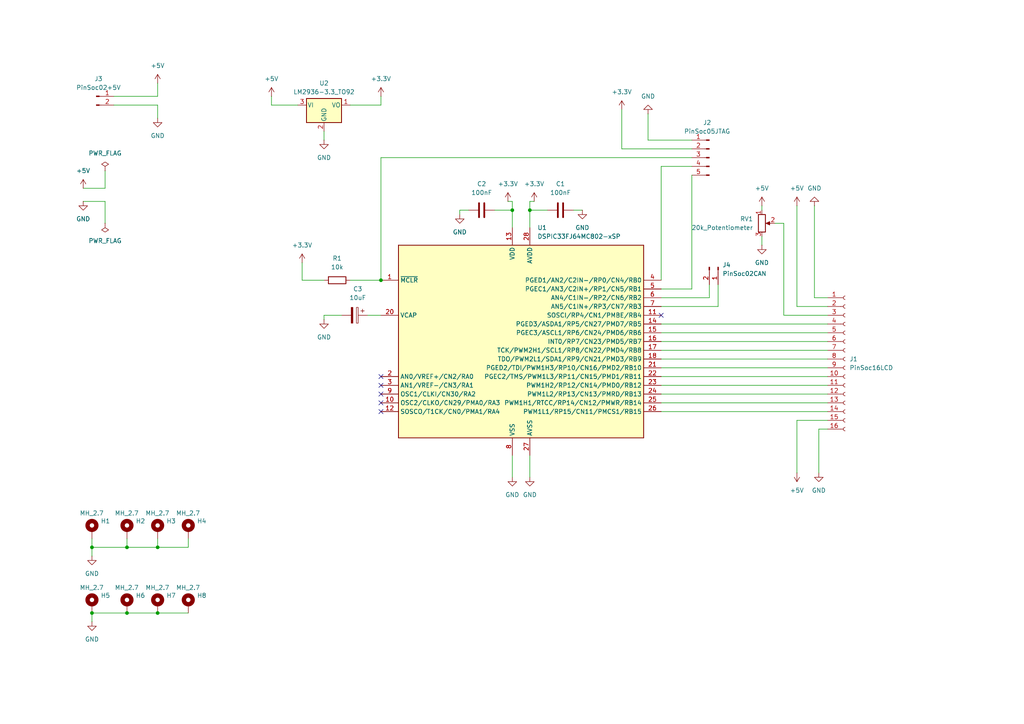
<source format=kicad_sch>
(kicad_sch (version 20231120) (generator "eeschema") (generator_version "8.0")
  (paper "A4")
  (lib_symbols
    (symbol "Connector:Conn_01x02_Pin" (pin_names (offset 1.016) hide)
      (property "Reference" "J" (at 0 2.54 0))
      (property "Value" "Conn_01x02_Pin" (at 0 -5.08 0))
      (symbol "Conn_01x02_Pin_1_1"
        (polyline (pts (xy 1.27 -2.54) (xy 0.8636 -2.54)) (stroke (width 0.1524)))
        (polyline (pts (xy 1.27 0) (xy 0.8636 0)) (stroke (width 0.1524)))
        (rectangle (start 0.8636 -2.413) (end 0 -2.667) (stroke (width 0.1524)) (fill (type outline)))
        (rectangle (start 0.8636 0.127) (end 0 -0.127) (stroke (width 0.1524)) (fill (type outline)))
        (pin passive line (at 5.08 0 180) (length 3.81) (name "Pin_1") (number "1"))
        (pin passive line (at 5.08 -2.54 180) (length 3.81) (name "Pin_2") (number "2"))
      )
    )
    (symbol "Connector:Conn_01x05_Pin" (pin_names (offset 1.016) hide)
      (property "Reference" "J" (at 0 7.62 0))
      (property "Value" "Conn_01x05_Pin" (at 0 -7.62 0))
      (symbol "Conn_01x05_Pin_1_1"
        (polyline (pts (xy 1.27 -5.08) (xy 0.8636 -5.08)) (stroke (width 0.1524)))
        (polyline (pts (xy 1.27 -2.54) (xy 0.8636 -2.54)) (stroke (width 0.1524)))
        (polyline (pts (xy 1.27 0) (xy 0.8636 0)) (stroke (width 0.1524)))
        (polyline (pts (xy 1.27 2.54) (xy 0.8636 2.54)) (stroke (width 0.1524)))
        (polyline (pts (xy 1.27 5.08) (xy 0.8636 5.08)) (stroke (width 0.1524)))
        (rectangle (start 0.8636 -4.953) (end 0 -5.207) (stroke (width 0.1524)) (fill (type outline)))
        (rectangle (start 0.8636 -2.413) (end 0 -2.667) (stroke (width 0.1524)) (fill (type outline)))
        (rectangle (start 0.8636 0.127) (end 0 -0.127) (stroke (width 0.1524)) (fill (type outline)))
        (rectangle (start 0.8636 2.667) (end 0 2.413) (stroke (width 0.1524)) (fill (type outline)))
        (rectangle (start 0.8636 5.207) (end 0 4.953) (stroke (width 0.1524)) (fill (type outline)))
        (pin passive line (at 5.08 5.08 180) (length 3.81) (name "Pin_1") (number "1"))
        (pin passive line (at 5.08 2.54 180) (length 3.81) (name "Pin_2") (number "2"))
        (pin passive line (at 5.08 0 180) (length 3.81) (name "Pin_3") (number "3"))
        (pin passive line (at 5.08 -2.54 180) (length 3.81) (name "Pin_4") (number "4"))
        (pin passive line (at 5.08 -5.08 180) (length 3.81) (name "Pin_5") (number "5"))
      )
    )
    (symbol "Connector:Conn_01x16_Socket" (pin_names (offset 1.016) hide)
      (property "Reference" "J" (at 0 20.32 0))
      (property "Value" "Conn_01x16_Socket" (at 0 -22.86 0))
      (symbol "Conn_01x16_Socket_1_1"
        (arc (start 0 -19.812) (mid -0.5058 -20.32) (end 0 -20.828) (stroke (width 0.1524)))
        (arc (start 0 -17.272) (mid -0.5058 -17.78) (end 0 -18.288) (stroke (width 0.1524)))
        (arc (start 0 -14.732) (mid -0.5058 -15.24) (end 0 -15.748) (stroke (width 0.1524)))
        (arc (start 0 -12.192) (mid -0.5058 -12.7) (end 0 -13.208) (stroke (width 0.1524)))
        (arc (start 0 -9.652) (mid -0.5058 -10.16) (end 0 -10.668) (stroke (width 0.1524)))
        (arc (start 0 -7.112) (mid -0.5058 -7.62) (end 0 -8.128) (stroke (width 0.1524)))
        (arc (start 0 -4.572) (mid -0.5058 -5.08) (end 0 -5.588) (stroke (width 0.1524)))
        (arc (start 0 -2.032) (mid -0.5058 -2.54) (end 0 -3.048) (stroke (width 0.1524)))
        (polyline (pts (xy -1.27 -20.32) (xy -0.508 -20.32)) (stroke (width 0.1524)))
        (polyline (pts (xy -1.27 -17.78) (xy -0.508 -17.78)) (stroke (width 0.1524)))
        (polyline (pts (xy -1.27 -15.24) (xy -0.508 -15.24)) (stroke (width 0.1524)))
        (polyline (pts (xy -1.27 -12.7) (xy -0.508 -12.7)) (stroke (width 0.1524)))
        (polyline (pts (xy -1.27 -10.16) (xy -0.508 -10.16)) (stroke (width 0.1524)))
        (polyline (pts (xy -1.27 -7.62) (xy -0.508 -7.62)) (stroke (width 0.1524)))
        (polyline (pts (xy -1.27 -5.08) (xy -0.508 -5.08)) (stroke (width 0.1524)))
        (polyline (pts (xy -1.27 -2.54) (xy -0.508 -2.54)) (stroke (width 0.1524)))
        (polyline (pts (xy -1.27 0) (xy -0.508 0)) (stroke (width 0.1524)))
        (polyline (pts (xy -1.27 2.54) (xy -0.508 2.54)) (stroke (width 0.1524)))
        (polyline (pts (xy -1.27 5.08) (xy -0.508 5.08)) (stroke (width 0.1524)))
        (polyline (pts (xy -1.27 7.62) (xy -0.508 7.62)) (stroke (width 0.1524)))
        (polyline (pts (xy -1.27 10.16) (xy -0.508 10.16)) (stroke (width 0.1524)))
        (polyline (pts (xy -1.27 12.7) (xy -0.508 12.7)) (stroke (width 0.1524)))
        (polyline (pts (xy -1.27 15.24) (xy -0.508 15.24)) (stroke (width 0.1524)))
        (polyline (pts (xy -1.27 17.78) (xy -0.508 17.78)) (stroke (width 0.1524)))
        (arc (start 0 0.508) (mid -0.5058 0) (end 0 -0.508) (stroke (width 0.1524)))
        (arc (start 0 3.048) (mid -0.5058 2.54) (end 0 2.032) (stroke (width 0.1524)))
        (arc (start 0 5.588) (mid -0.5058 5.08) (end 0 4.572) (stroke (width 0.1524)))
        (arc (start 0 8.128) (mid -0.5058 7.62) (end 0 7.112) (stroke (width 0.1524)))
        (arc (start 0 10.668) (mid -0.5058 10.16) (end 0 9.652) (stroke (width 0.1524)))
        (arc (start 0 13.208) (mid -0.5058 12.7) (end 0 12.192) (stroke (width 0.1524)))
        (arc (start 0 15.748) (mid -0.5058 15.24) (end 0 14.732) (stroke (width 0.1524)))
        (arc (start 0 18.288) (mid -0.5058 17.78) (end 0 17.272) (stroke (width 0.1524)))
        (pin passive line (at -5.08 17.78 0) (length 3.81) (name "Pin_1") (number "1"))
        (pin passive line (at -5.08 -5.08 0) (length 3.81) (name "Pin_10") (number "10"))
        (pin passive line (at -5.08 -7.62 0) (length 3.81) (name "Pin_11") (number "11"))
        (pin passive line (at -5.08 -10.16 0) (length 3.81) (name "Pin_12") (number "12"))
        (pin passive line (at -5.08 -12.7 0) (length 3.81) (name "Pin_13") (number "13"))
        (pin passive line (at -5.08 -15.24 0) (length 3.81) (name "Pin_14") (number "14"))
        (pin passive line (at -5.08 -17.78 0) (length 3.81) (name "Pin_15") (number "15"))
        (pin passive line (at -5.08 -20.32 0) (length 3.81) (name "Pin_16") (number "16"))
        (pin passive line (at -5.08 15.24 0) (length 3.81) (name "Pin_2") (number "2"))
        (pin passive line (at -5.08 12.7 0) (length 3.81) (name "Pin_3") (number "3"))
        (pin passive line (at -5.08 10.16 0) (length 3.81) (name "Pin_4") (number "4"))
        (pin passive line (at -5.08 7.62 0) (length 3.81) (name "Pin_5") (number "5"))
        (pin passive line (at -5.08 5.08 0) (length 3.81) (name "Pin_6") (number "6"))
        (pin passive line (at -5.08 2.54 0) (length 3.81) (name "Pin_7") (number "7"))
        (pin passive line (at -5.08 0 0) (length 3.81) (name "Pin_8") (number "8"))
        (pin passive line (at -5.08 -2.54 0) (length 3.81) (name "Pin_9") (number "9"))
      )
    )
    (symbol "DSP_Microchip_DSPIC33:DSPIC33FJ64MC802-xSP"
      (property "Reference" "U" (at -31.75 29.21 0))
      (property "Value" "DSPIC33FJ64MC802-xSP" (at 22.86 29.21 0))
      (symbol "DSPIC33FJ64MC802-xSP_0_1"
        (rectangle (start -35.56 27.94) (end 35.56 -27.94) (stroke (width 0.254)) (fill (type background)))
      )
      (symbol "DSPIC33FJ64MC802-xSP_1_1"
        (pin input line (at -40.64 17.78 0) (length 5.08) (name "~{MCLR}") (number "1"))
        (pin bidirectional line (at -40.64 -17.78 0) (length 5.08) (name "OSC2/CLKO/CN29/PMA0/RA3") (number "10"))
        (pin bidirectional line (at 40.64 7.62 180) (length 5.08) (name "SOSCI/RP4/CN1/PMBE/RB4") (number "11"))
        (pin bidirectional line (at -40.64 -20.32 0) (length 5.08) (name "SOSCO/T1CK/CN0/PMA1/RA4") (number "12"))
        (pin power_in line (at -2.54 33.02 270) (length 5.08) (name "VDD") (number "13"))
        (pin bidirectional line (at 40.64 5.08 180) (length 5.08) (name "PGED3/ASDA1/RP5/CN27/PMD7/RB5") (number "14"))
        (pin bidirectional line (at 40.64 2.54 180) (length 5.08) (name "PGEC3/ASCL1/RP6/CN24/PMD6/RB6") (number "15"))
        (pin bidirectional line (at 40.64 0 180) (length 5.08) (name "INT0/RP7/CN23/PMD5/RB7") (number "16"))
        (pin bidirectional line (at 40.64 -2.54 180) (length 5.08) (name "TCK/PWM2H1/SCL1/RP8/CN22/PMD4/RB8") (number "17"))
        (pin bidirectional line (at 40.64 -5.08 180) (length 5.08) (name "TDO/PWM2L1/SDA1/RP9/CN21/PMD3/RB9") (number "18"))
        (pin passive line (at -2.54 -33.02 90) (length 5.08) hide (name "VSS") (number "19"))
        (pin bidirectional line (at -40.64 -10.16 0) (length 5.08) (name "AN0/VREF+/CN2/RA0") (number "2"))
        (pin passive line (at -40.64 7.62 0) (length 5.08) (name "VCAP") (number "20"))
        (pin bidirectional line (at 40.64 -7.62 180) (length 5.08) (name "PGED2/TDI/PWM1H3/RP10/CN16/PMD2/RB10") (number "21"))
        (pin bidirectional line (at 40.64 -10.16 180) (length 5.08) (name "PGEC2/TMS/PWM1L3/RP11/CN15/PMD1/RB11") (number "22"))
        (pin bidirectional line (at 40.64 -12.7 180) (length 5.08) (name "PWM1H2/RP12/CN14/PMD0/RB12") (number "23"))
        (pin bidirectional line (at 40.64 -15.24 180) (length 5.08) (name "PWM1L2/RP13/CN13/PMRD/RB13") (number "24"))
        (pin bidirectional line (at 40.64 -17.78 180) (length 5.08) (name "PWM1H1/RTCC/RP14/CN12/PMWR/RB14") (number "25"))
        (pin bidirectional line (at 40.64 -20.32 180) (length 5.08) (name "PWM1L1/RP15/CN11/PMCS1/RB15") (number "26"))
        (pin power_in line (at 2.54 -33.02 90) (length 5.08) (name "AVSS") (number "27"))
        (pin power_in line (at 2.54 33.02 270) (length 5.08) (name "AVDD") (number "28"))
        (pin bidirectional line (at -40.64 -12.7 0) (length 5.08) (name "AN1/VREF-/CN3/RA1") (number "3"))
        (pin bidirectional line (at 40.64 17.78 180) (length 5.08) (name "PGED1/AN2/C2IN-/RP0/CN4/RB0") (number "4"))
        (pin bidirectional line (at 40.64 15.24 180) (length 5.08) (name "PGEC1/AN3/C2IN+/RP1/CN5/RB1") (number "5"))
        (pin bidirectional line (at 40.64 12.7 180) (length 5.08) (name "AN4/C1IN-/RP2/CN6/RB2") (number "6"))
        (pin bidirectional line (at 40.64 10.16 180) (length 5.08) (name "AN5/C1IN+/RP3/CN7/RB3") (number "7"))
        (pin power_in line (at -2.54 -33.02 90) (length 5.08) (name "VSS") (number "8"))
        (pin bidirectional line (at -40.64 -15.24 0) (length 5.08) (name "OSC1/CLKI/CN30/RA2") (number "9"))
      )
    )
    (symbol "Device:C" (pin_numbers hide) (pin_names (offset 0.254))
      (property "Reference" "C" (at 0.635 2.54 0))
      (property "Value" "C" (at 0.635 -2.54 0))
      (symbol "C_0_1"
        (polyline (pts (xy -2.032 -0.762) (xy 2.032 -0.762)) (stroke (width 0.508)))
        (polyline (pts (xy -2.032 0.762) (xy 2.032 0.762)) (stroke (width 0.508)))
      )
      (symbol "C_1_1"
        (pin passive line (at 0 3.81 270) (length 2.794) (name "~") (number "1"))
        (pin passive line (at 0 -3.81 90) (length 2.794) (name "~") (number "2"))
      )
    )
    (symbol "Device:C_Polarized" (pin_numbers hide) (pin_names (offset 0.254))
      (property "Reference" "C" (at 0.635 2.54 0))
      (property "Value" "C_Polarized" (at 0.635 -2.54 0))
      (symbol "C_Polarized_0_1"
        (rectangle (start -2.286 0.508) (end 2.286 1.016))
        (polyline (pts (xy -1.778 2.286) (xy -0.762 2.286)))
        (polyline (pts (xy -1.27 2.794) (xy -1.27 1.778)))
        (rectangle (start 2.286 -0.508) (end -2.286 -1.016) (fill (type outline)))
      )
      (symbol "C_Polarized_1_1"
        (pin passive line (at 0 3.81 270) (length 2.794) (name "~") (number "1"))
        (pin passive line (at 0 -3.81 90) (length 2.794) (name "~") (number "2"))
      )
    )
    (symbol "Device:R" (pin_numbers hide) (pin_names (offset 0))
      (property "Reference" "R" (at 2.032 0 90))
      (property "Value" "R" (at 0 0 90))
      (symbol "R_0_1"
        (rectangle (start -1.016 -2.54) (end 1.016 2.54) (stroke (width 0.254)))
      )
      (symbol "R_1_1"
        (pin passive line (at 0 3.81 270) (length 1.27) (name "~") (number "1"))
        (pin passive line (at 0 -3.81 90) (length 1.27) (name "~") (number "2"))
      )
    )
    (symbol "Device:R_Potentiometer" (pin_names (offset 1.016) hide)
      (property "Reference" "RV" (at -4.445 0 90))
      (property "Value" "R_Potentiometer" (at -2.54 0 90))
      (symbol "R_Potentiometer_0_1"
        (polyline (pts (xy 2.54 0) (xy 1.524 0)))
        (polyline (pts (xy 1.143 0) (xy 2.286 0.508) (xy 2.286 -0.508) (xy 1.143 0)) (fill (type outline)))
        (rectangle (start 1.016 2.54) (end -1.016 -2.54) (stroke (width 0.254)))
      )
      (symbol "R_Potentiometer_1_1"
        (pin passive line (at 0 3.81 270) (length 1.27) (name "1") (number "1"))
        (pin passive line (at 3.81 0 180) (length 1.27) (name "2") (number "2"))
        (pin passive line (at 0 -3.81 90) (length 1.27) (name "3") (number "3"))
      )
    )
    (symbol "Mechanical:MountingHole_Pad" (pin_numbers hide) (pin_names (offset 1.016) hide) (exclude_from_sim yes) (in_bom no)
      (property "Reference" "H" (at 0 6.35 0))
      (property "Value" "MountingHole_Pad" (at 0 4.445 0))
      (symbol "MountingHole_Pad_0_1"
        (circle (center 0 1.27) (radius 1.27) (stroke (width 1.27)))
      )
      (symbol "MountingHole_Pad_1_1"
        (pin input line (at 0 -2.54 90) (length 2.54) (name "1") (number "1"))
      )
    )
    (symbol "Regulator_Linear:LM2936-3.3_TO92" (pin_names (offset 0.254))
      (property "Reference" "U" (at -3.81 3.175 0))
      (property "Value" "LM2936-3.3_TO92" (at 0 3.175 0))
      (symbol "LM2936-3.3_TO92_0_1"
        (rectangle (start -5.08 -5.08) (end 5.08 1.905) (stroke (width 0.254)) (fill (type background)))
      )
      (symbol "LM2936-3.3_TO92_1_1"
        (pin power_out line (at 7.62 0 180) (length 2.54) (name "VO") (number "1"))
        (pin power_in line (at 0 -7.62 90) (length 2.54) (name "GND") (number "2"))
        (pin power_in line (at -7.62 0 0) (length 2.54) (name "VI") (number "3"))
      )
    )
    (symbol "power:+3.3V" (power) (pin_numbers hide) (pin_names (offset 0) hide)
      (property "Value" "+3.3V" (at 0 3.556 0))
      (symbol "+3.3V_0_1"
        (polyline (pts (xy -0.762 1.27) (xy 0 2.54)))
        (polyline (pts (xy 0 0) (xy 0 2.54)))
        (polyline (pts (xy 0 2.54) (xy 0.762 1.27)))
      )
      (symbol "+3.3V_1_1"
        (pin power_in line (at 0 0 90) (length 0) (name "~") (number "1"))
      )
    )
    (symbol "power:+5V" (power) (pin_numbers hide) (pin_names (offset 0) hide)
      (property "Value" "+5V" (at 0 3.556 0))
      (symbol "+5V_0_1"
        (polyline (pts (xy -0.762 1.27) (xy 0 2.54)))
        (polyline (pts (xy 0 0) (xy 0 2.54)))
        (polyline (pts (xy 0 2.54) (xy 0.762 1.27)))
      )
      (symbol "+5V_1_1"
        (pin power_in line (at 0 0 90) (length 0) (name "~") (number "1"))
      )
    )
    (symbol "power:GND" (power) (pin_numbers hide) (pin_names (offset 0) hide)
      (property "Value" "GND" (at 0 -3.81 0))
      (symbol "GND_0_1"
        (polyline (pts (xy 0 0) (xy 0 -1.27) (xy 1.27 -1.27) (xy 0 -2.54) (xy -1.27 -1.27) (xy 0 -1.27)))
      )
      (symbol "GND_1_1"
        (pin power_in line (at 0 0 270) (length 0) (name "~") (number "1"))
      )
    )
    (symbol "power:PWR_FLAG" (power) (pin_numbers hide) (pin_names (offset 0) hide)
      (property "Value" "PWR_FLAG" (at 0 3.81 0))
      (symbol "PWR_FLAG_0_0"
        (pin power_out line (at 0 0 90) (length 0) (name "~") (number "1"))
      )
      (symbol "PWR_FLAG_0_1"
        (polyline (pts (xy 0 0) (xy 0 1.27) (xy -1.016 1.905) (xy 0 2.54) (xy 1.016 1.905) (xy 0 1.27)))
      )
    )
  )
  (junction (at 36.83 158.75))
  (junction (at 26.67 177.8))
  (junction (at 45.72 158.75))
  (junction (at 153.67 60.96))
  (junction (at 36.83 177.8))
  (junction (at 110.49 81.28))
  (junction (at 45.72 177.8))
  (junction (at 26.67 158.75))
  (junction (at 148.59 60.96))
  (no_connect (at 110.49 119.38))
  (no_connect (at 110.49 114.3))
  (no_connect (at 110.49 111.76))
  (no_connect (at 110.49 109.22))
  (no_connect (at 191.77 91.44))
  (no_connect (at 110.49 116.84))
  (wire (pts (xy 110.49 45.72) (xy 110.49 81.28)))
  (wire (pts (xy 191.77 116.84) (xy 240.03 116.84)))
  (wire (pts (xy 45.72 34.29) (xy 45.72 30.48)))
  (wire (pts (xy 236.22 59.69) (xy 236.22 86.36)))
  (wire (pts (xy 208.28 88.9) (xy 208.28 82.55)))
  (wire (pts (xy 231.14 88.9) (xy 240.03 88.9)))
  (wire (pts (xy 191.77 86.36) (xy 205.74 86.36)))
  (wire (pts (xy 153.67 66.04) (xy 153.67 60.96)))
  (wire (pts (xy 45.72 156.21) (xy 45.72 158.75)))
  (wire (pts (xy 220.98 68.58) (xy 220.98 71.12)))
  (wire (pts (xy 36.83 156.21) (xy 36.83 158.75)))
  (wire (pts (xy 45.72 24.13) (xy 45.72 27.94)))
  (wire (pts (xy 153.67 58.42) (xy 154.94 58.42)))
  (wire (pts (xy 78.74 30.48) (xy 78.74 27.94)))
  (wire (pts (xy 237.49 124.46) (xy 237.49 137.16)))
  (wire (pts (xy 33.02 27.94) (xy 45.72 27.94)))
  (wire (pts (xy 36.83 177.8) (xy 45.72 177.8)))
  (wire (pts (xy 153.67 60.96) (xy 153.67 58.42)))
  (wire (pts (xy 200.66 48.26) (xy 191.77 48.26)))
  (wire (pts (xy 200.66 50.8) (xy 200.66 83.82)))
  (wire (pts (xy 220.98 59.69) (xy 220.98 60.96)))
  (wire (pts (xy 231.14 137.16) (xy 231.14 121.92)))
  (wire (pts (xy 191.77 93.98) (xy 240.03 93.98)))
  (wire (pts (xy 45.72 30.48) (xy 33.02 30.48)))
  (wire (pts (xy 93.98 92.71) (xy 93.98 91.44)))
  (wire (pts (xy 191.77 104.14) (xy 240.03 104.14)))
  (wire (pts (xy 191.77 99.06) (xy 240.03 99.06)))
  (wire (pts (xy 36.83 158.75) (xy 45.72 158.75)))
  (wire (pts (xy 191.77 111.76) (xy 240.03 111.76)))
  (wire (pts (xy 26.67 177.8) (xy 36.83 177.8)))
  (wire (pts (xy 26.67 161.29) (xy 26.67 158.75)))
  (wire (pts (xy 191.77 101.6) (xy 240.03 101.6)))
  (wire (pts (xy 153.67 60.96) (xy 158.75 60.96)))
  (wire (pts (xy 26.67 158.75) (xy 36.83 158.75)))
  (wire (pts (xy 26.67 156.21) (xy 26.67 158.75)))
  (wire (pts (xy 86.36 30.48) (xy 78.74 30.48)))
  (wire (pts (xy 191.77 114.3) (xy 240.03 114.3)))
  (wire (pts (xy 148.59 60.96) (xy 148.59 66.04)))
  (wire (pts (xy 227.33 64.77) (xy 224.79 64.77)))
  (wire (pts (xy 93.98 91.44) (xy 99.06 91.44)))
  (wire (pts (xy 191.77 88.9) (xy 208.28 88.9)))
  (wire (pts (xy 30.48 49.53) (xy 30.48 54.61)))
  (wire (pts (xy 191.77 83.82) (xy 200.66 83.82)))
  (wire (pts (xy 153.67 132.08) (xy 153.67 138.43)))
  (wire (pts (xy 180.34 43.18) (xy 200.66 43.18)))
  (wire (pts (xy 106.68 91.44) (xy 110.49 91.44)))
  (wire (pts (xy 148.59 58.42) (xy 147.32 58.42)))
  (wire (pts (xy 227.33 91.44) (xy 227.33 64.77)))
  (wire (pts (xy 236.22 86.36) (xy 240.03 86.36)))
  (wire (pts (xy 45.72 158.75) (xy 54.61 158.75)))
  (wire (pts (xy 54.61 156.21) (xy 54.61 158.75)))
  (wire (pts (xy 240.03 91.44) (xy 227.33 91.44)))
  (wire (pts (xy 191.77 109.22) (xy 240.03 109.22)))
  (wire (pts (xy 237.49 124.46) (xy 240.03 124.46)))
  (wire (pts (xy 148.59 132.08) (xy 148.59 138.43)))
  (wire (pts (xy 30.48 54.61) (xy 24.13 54.61)))
  (wire (pts (xy 93.98 38.1) (xy 93.98 40.64)))
  (wire (pts (xy 187.96 40.64) (xy 200.66 40.64)))
  (wire (pts (xy 148.59 58.42) (xy 148.59 60.96)))
  (wire (pts (xy 191.77 48.26) (xy 191.77 81.28)))
  (wire (pts (xy 45.72 177.8) (xy 54.61 177.8)))
  (wire (pts (xy 110.49 30.48) (xy 110.49 27.94)))
  (wire (pts (xy 30.48 64.77) (xy 30.48 58.42)))
  (wire (pts (xy 205.74 86.36) (xy 205.74 82.55)))
  (wire (pts (xy 191.77 96.52) (xy 240.03 96.52)))
  (wire (pts (xy 168.91 60.96) (xy 166.37 60.96)))
  (wire (pts (xy 191.77 106.68) (xy 240.03 106.68)))
  (wire (pts (xy 191.77 119.38) (xy 240.03 119.38)))
  (wire (pts (xy 87.63 76.2) (xy 87.63 81.28)))
  (wire (pts (xy 135.89 60.96) (xy 133.35 60.96)))
  (wire (pts (xy 231.14 59.69) (xy 231.14 88.9)))
  (wire (pts (xy 231.14 121.92) (xy 240.03 121.92)))
  (wire (pts (xy 143.51 60.96) (xy 148.59 60.96)))
  (wire (pts (xy 26.67 177.8) (xy 26.67 180.34)))
  (wire (pts (xy 101.6 81.28) (xy 110.49 81.28)))
  (wire (pts (xy 101.6 30.48) (xy 110.49 30.48)))
  (wire (pts (xy 87.63 81.28) (xy 93.98 81.28)))
  (wire (pts (xy 200.66 45.72) (xy 110.49 45.72)))
  (wire (pts (xy 133.35 60.96) (xy 133.35 62.23)))
  (wire (pts (xy 30.48 58.42) (xy 24.13 58.42)))
  (wire (pts (xy 180.34 31.75) (xy 180.34 43.18)))
  (wire (pts (xy 187.96 33.02) (xy 187.96 40.64)))
  (symbol (lib_id "power:GND") (at 45.72 34.29 0) (unit 1)
    (property "Reference" "#PWR02" (effects (hide yes)))
    (property "Value" "GND" (at 45.72 39.37 0))
    (property "Description" "Power symbol creates a global label with name \"GND\" , ground" (effects (hide yes)))
  )
  (symbol (lib_id "power:+3.3V") (at 87.63 76.2 0) (unit 1)
    (property "Reference" "#PWR08" (effects (hide yes)))
    (property "Value" "+3.3V" (at 87.63 71.12 0))
    (property "Description" "Power symbol creates a global label with name \"+3.3V\"" (effects (hide yes)))
  )
  (symbol (lib_id "power:GND") (at 236.22 59.69 180) (unit 1)
    (property "Reference" "#PWR015" (effects (hide yes)))
    (property "Value" "GND" (at 236.22 54.61 0))
    (property "Description" "Power symbol creates a global label with name \"GND\" , ground" (effects (hide yes)))
  )
  (symbol (lib_id "Mechanical:MountingHole_Pad") (at 26.67 153.67 0) (unit 1) (exclude_from_sim yes) (in_bom no)
    (property "Reference" "H1" (at 29.21 151.1299 0) (effects (justify left)))
    (property "Value" "MH_2.7" (at 23.114 148.844 0) (effects (justify left)))
    (property "Footprint" "MountingHole:MountingHole_2.7mm_M2.5_ISO7380_Pad" (effects (hide yes)))
    (property "Description" "Mounting Hole with connection" (effects (hide yes)))
  )
  (symbol (lib_id "Connector:Conn_01x02_Pin") (at 27.94 27.94 0) (unit 1)
    (property "Reference" "J3" (at 28.575 22.86 0))
    (property "Value" "PinSoc02+5V" (at 28.575 25.4 0))
    (property "Footprint" "Connector_PinSocket_2.54mm:PinSocket_1x02_P2.54mm_Vertical" (effects (hide yes)))
    (property "Description" "Generic connector, single row, 01x02, script generated" (effects (hide yes)))
  )
  (symbol (lib_id "power:+5V") (at 231.14 137.16 180) (unit 1)
    (property "Reference" "#PWR019" (effects (hide yes)))
    (property "Value" "+5V" (at 231.14 142.24 0))
    (property "Description" "Power symbol creates a global label with name \"+5V\"" (effects (hide yes)))
  )
  (symbol (lib_id "power:GND") (at 220.98 71.12 0) (unit 1)
    (property "Reference" "#PWR016" (effects (hide yes)))
    (property "Value" "GND" (at 220.98 76.2 0))
    (property "Description" "Power symbol creates a global label with name \"GND\" , ground" (effects (hide yes)))
  )
  (symbol (lib_id "power:GND") (at 148.59 138.43 0) (unit 1)
    (property "Reference" "#PWR011" (effects (hide yes)))
    (property "Value" "GND" (at 148.59 143.51 0))
    (property "Description" "Power symbol creates a global label with name \"GND\" , ground" (effects (hide yes)))
  )
  (symbol (lib_id "power:+5V") (at 24.13 54.61 0) (unit 1)
    (property "Reference" "#PWR025" (effects (hide yes)))
    (property "Value" "+5V" (at 24.13 49.53 0))
    (property "Description" "Power symbol creates a global label with name \"+5V\"" (effects (hide yes)))
  )
  (symbol (lib_id "Device:R_Potentiometer") (at 220.98 64.77 0) (unit 1)
    (property "Reference" "RV1" (at 218.44 63.4999 0) (effects (justify right)))
    (property "Value" "20k_Potentiometer" (at 218.44 66.0399 0) (effects (justify right)))
    (property "Footprint" "Potentiometer_THT:Potentiometer_Bourns_3386P_Vertical" (effects (hide yes)))
    (property "Description" "Potentiometer" (effects (hide yes)))
  )
  (symbol (lib_id "Device:C_Polarized") (at 102.87 91.44 270) (unit 1)
    (property "Reference" "C3" (at 103.759 83.82 90))
    (property "Value" "10uF" (at 103.759 86.36 90))
    (property "Footprint" "Capacitor_THT:CP_Radial_Tantal_D5.0mm_P5.00mm" (effects (hide yes)))
    (property "Description" "Polarized capacitor" (effects (hide yes)))
  )
  (symbol (lib_id "power:+5V") (at 220.98 59.69 0) (unit 1)
    (property "Reference" "#PWR017" (effects (hide yes)))
    (property "Value" "+5V" (at 220.98 54.61 0))
    (property "Description" "Power symbol creates a global label with name \"+5V\"" (effects (hide yes)))
  )
  (symbol (lib_id "power:+3.3V") (at 147.32 58.42 0) (unit 1)
    (property "Reference" "#PWR09" (effects (hide yes)))
    (property "Value" "+3.3V" (at 147.32 53.34 0))
    (property "Description" "Power symbol creates a global label with name \"+3.3V\"" (effects (hide yes)))
  )
  (symbol (lib_id "power:PWR_FLAG") (at 30.48 64.77 180) (unit 1)
    (property "Reference" "#FLG02" (effects (hide yes)))
    (property "Value" "PWR_FLAG" (at 30.48 69.85 0))
    (property "Description" "Special symbol for telling ERC where power comes from" (effects (hide yes)))
  )
  (symbol (lib_id "power:GND") (at 93.98 40.64 0) (unit 1)
    (property "Reference" "#PWR04" (effects (hide yes)))
    (property "Value" "GND" (at 93.98 45.72 0))
    (property "Description" "Power symbol creates a global label with name \"GND\" , ground" (effects (hide yes)))
  )
  (symbol (lib_id "power:+5V") (at 78.74 27.94 0) (unit 1)
    (property "Reference" "#PWR03" (effects (hide yes)))
    (property "Value" "+5V" (at 78.74 22.86 0))
    (property "Description" "Power symbol creates a global label with name \"+5V\"" (effects (hide yes)))
  )
  (symbol (lib_id "power:GND") (at 26.67 180.34 0) (unit 1)
    (property "Reference" "#PWR028" (effects (hide yes)))
    (property "Value" "GND" (at 26.67 185.42 0))
    (property "Description" "Power symbol creates a global label with name \"GND\" , ground" (effects (hide yes)))
  )
  (symbol (lib_id "Mechanical:MountingHole_Pad") (at 54.61 153.67 0) (unit 1) (exclude_from_sim yes) (in_bom no)
    (property "Reference" "H4" (at 57.15 151.1299 0) (effects (justify left)))
    (property "Value" "MH_2.7" (at 51.054 148.844 0) (effects (justify left)))
    (property "Footprint" "MountingHole:MountingHole_2.7mm_M2.5_ISO7380_Pad" (effects (hide yes)))
    (property "Description" "Mounting Hole with connection" (effects (hide yes)))
  )
  (symbol (lib_id "power:GND") (at 153.67 138.43 0) (unit 1)
    (property "Reference" "#PWR06" (effects (hide yes)))
    (property "Value" "GND" (at 153.67 143.51 0))
    (property "Description" "Power symbol creates a global label with name \"GND\" , ground" (effects (hide yes)))
  )
  (symbol (lib_id "Device:C") (at 139.7 60.96 270) (unit 1)
    (property "Reference" "C2" (at 139.7 53.34 90))
    (property "Value" "100nF" (at 139.7 55.88 90))
    (property "Footprint" "Capacitor_THT:CP_Radial_Tantal_D5.0mm_P5.00mm" (effects (hide yes)))
    (property "Description" "Unpolarized capacitor" (effects (hide yes)))
  )
  (symbol (lib_id "power:GND") (at 24.13 58.42 0) (unit 1)
    (property "Reference" "#PWR024" (effects (hide yes)))
    (property "Value" "GND" (at 24.13 63.5 0))
    (property "Description" "Power symbol creates a global label with name \"GND\" , ground" (effects (hide yes)))
  )
  (symbol (lib_id "power:GND") (at 168.91 60.96 0) (unit 1)
    (property "Reference" "#PWR013" (effects (hide yes)))
    (property "Value" "GND" (at 168.91 66.04 0))
    (property "Description" "Power symbol creates a global label with name \"GND\" , ground" (effects (hide yes)))
  )
  (symbol (lib_id "power:+3.3V") (at 180.34 31.75 0) (unit 1)
    (property "Reference" "#PWR020" (effects (hide yes)))
    (property "Value" "+3.3V" (at 180.34 26.67 0))
    (property "Description" "Power symbol creates a global label with name \"+3.3V\"" (effects (hide yes)))
  )
  (symbol (lib_id "power:PWR_FLAG") (at 30.48 49.53 0) (unit 1)
    (property "Reference" "#FLG01" (effects (hide yes)))
    (property "Value" "PWR_FLAG" (at 30.48 44.45 0))
    (property "Description" "Special symbol for telling ERC where power comes from" (effects (hide yes)))
  )
  (symbol (lib_id "DSP_Microchip_DSPIC33:DSPIC33FJ64MC802-xSP") (at 151.13 99.06 0) (unit 1)
    (property "Reference" "U1" (at 155.8641 66.04 0) (effects (justify left)))
    (property "Value" "DSPIC33FJ64MC802-xSP" (at 155.8641 68.58 0) (effects (justify left)))
    (property "Footprint" "Package_DIP:DIP-28_W7.62mm" (effects (hide yes)))
    (property "Datasheet" "http://ww1.microchip.com/downloads/en/DeviceDoc/70291G.pdf" (effects (hide yes)))
    (property "Description" "40 MIPS, 64k Flash, 16k SRAM, DIP-28" (effects (hide yes)))
  )
  (symbol (lib_id "Device:C") (at 162.56 60.96 90) (unit 1)
    (property "Reference" "C1" (at 162.56 53.34 90))
    (property "Value" "100nF" (at 162.56 55.88 90))
    (property "Footprint" "Capacitor_THT:CP_Radial_Tantal_D5.0mm_P5.00mm" (effects (hide yes)))
    (property "Description" "Unpolarized capacitor" (effects (hide yes)))
  )
  (symbol (lib_id "Mechanical:MountingHole_Pad") (at 36.83 175.26 0) (unit 1) (exclude_from_sim yes) (in_bom no)
    (property "Reference" "H6" (at 39.37 172.7199 0) (effects (justify left)))
    (property "Value" "MH_2.7" (at 33.274 170.434 0) (effects (justify left)))
    (property "Footprint" "MountingHole:MountingHole_2.7mm_M2.5_ISO7380_Pad" (effects (hide yes)))
    (property "Description" "Mounting Hole with connection" (effects (hide yes)))
  )
  (symbol (lib_id "power:+3.3V") (at 154.94 58.42 0) (unit 1)
    (property "Reference" "#PWR010" (effects (hide yes)))
    (property "Value" "+3.3V" (at 154.94 53.34 0))
    (property "Description" "Power symbol creates a global label with name \"+3.3V\"" (effects (hide yes)))
  )
  (symbol (lib_id "Connector:Conn_01x02_Pin") (at 208.28 77.47 270) (unit 1)
    (property "Reference" "J4" (at 209.55 76.8349 90) (effects (justify left)))
    (property "Value" "PinSoc02CAN" (at 209.55 79.3749 90) (effects (justify left)))
    (property "Footprint" "Connector_PinSocket_2.54mm:PinSocket_1x02_P2.54mm_Vertical" (effects (hide yes)))
    (property "Description" "Generic connector, single row, 01x02, script generated" (effects (hide yes)))
  )
  (symbol (lib_id "Device:R") (at 97.79 81.28 90) (unit 1)
    (property "Reference" "R1" (at 97.79 74.93 90))
    (property "Value" "10k" (at 97.79 77.47 90))
    (property "Footprint" "Resistor_THT:R_Axial_DIN0207_L6.3mm_D2.5mm_P15.24mm_Horizontal" (effects (hide yes)))
    (property "Description" "Resistor" (effects (hide yes)))
  )
  (symbol (lib_id "power:GND") (at 26.67 161.29 0) (unit 1)
    (property "Reference" "#PWR022" (effects (hide yes)))
    (property "Value" "GND" (at 26.67 166.37 0))
    (property "Description" "Power symbol creates a global label with name \"GND\" , ground" (effects (hide yes)))
  )
  (symbol (lib_id "Connector:Conn_01x16_Socket") (at 245.11 104.14 0) (unit 1)
    (property "Reference" "J1" (at 246.38 104.1399 0) (effects (justify left)))
    (property "Value" "PinSoc16LCD" (at 246.38 106.6799 0) (effects (justify left)))
    (property "Footprint" "Connector_PinSocket_2.54mm:PinSocket_1x16_P2.54mm_Vertical" (effects (hide yes)))
    (property "Description" "Generic connector, single row, 01x16, script generated" (effects (hide yes)))
  )
  (symbol (lib_id "Mechanical:MountingHole_Pad") (at 54.61 175.26 0) (unit 1) (exclude_from_sim yes) (in_bom no)
    (property "Reference" "H8" (at 57.15 172.7199 0) (effects (justify left)))
    (property "Value" "MH_2.7" (at 51.054 170.434 0) (effects (justify left)))
    (property "Footprint" "MountingHole:MountingHole_2.7mm_M2.5_ISO7380_Pad" (effects (hide yes)))
    (property "Description" "Mounting Hole with connection" (effects (hide yes)))
  )
  (symbol (lib_id "Connector:Conn_01x05_Pin") (at 205.74 45.72 0) (mirror y) (unit 1)
    (property "Reference" "J2" (at 205.105 35.56 0))
    (property "Value" "PinSoc05JTAG" (at 205.105 38.1 0))
    (property "Footprint" "Connector_PinSocket_2.54mm:PinSocket_1x05_P2.54mm_Vertical" (effects (hide yes)))
    (property "Description" "Generic connector, single row, 01x05, script generated" (effects (hide yes)))
  )
  (symbol (lib_id "power:+5V") (at 45.72 24.13 0) (unit 1)
    (property "Reference" "#PWR01" (effects (hide yes)))
    (property "Value" "+5V" (at 45.72 19.05 0))
    (property "Description" "Power symbol creates a global label with name \"+5V\"" (effects (hide yes)))
  )
  (symbol (lib_id "Regulator_Linear:LM2936-3.3_TO92") (at 93.98 30.48 0) (unit 1)
    (property "Reference" "U2" (at 93.98 24.13 0))
    (property "Value" "LM2936-3.3_TO92" (at 93.98 26.67 0))
    (property "Footprint" "Package_TO_SOT_THT:TO-92_Inline" (effects (hide yes)))
    (property "Datasheet" "http://www.ti.com/lit/ds/symlink/lm2936.pdf" (effects (hide yes)))
    (property "Description" "50mA Ultra-Low Quiescent Current LDO Voltage Regulator, 3.3V fixed output, TO-92" (effects (hide yes)))
  )
  (symbol (lib_id "power:GND") (at 93.98 92.71 0) (unit 1)
    (property "Reference" "#PWR07" (effects (hide yes)))
    (property "Value" "GND" (at 93.98 97.79 0))
    (property "Description" "Power symbol creates a global label with name \"GND\" , ground" (effects (hide yes)))
  )
  (symbol (lib_id "Mechanical:MountingHole_Pad") (at 45.72 175.26 0) (unit 1) (exclude_from_sim yes) (in_bom no)
    (property "Reference" "H7" (at 48.26 172.7199 0) (effects (justify left)))
    (property "Value" "MH_2.7" (at 42.164 170.434 0) (effects (justify left)))
    (property "Footprint" "MountingHole:MountingHole_2.7mm_M2.5_ISO7380_Pad" (effects (hide yes)))
    (property "Description" "Mounting Hole with connection" (effects (hide yes)))
  )
  (symbol (lib_id "power:GND") (at 187.96 33.02 180) (unit 1)
    (property "Reference" "#PWR021" (effects (hide yes)))
    (property "Value" "GND" (at 187.96 27.94 0))
    (property "Description" "Power symbol creates a global label with name \"GND\" , ground" (effects (hide yes)))
  )
  (symbol (lib_id "power:GND") (at 237.49 137.16 0) (unit 1)
    (property "Reference" "#PWR018" (effects (hide yes)))
    (property "Value" "GND" (at 237.49 142.24 0))
    (property "Description" "Power symbol creates a global label with name \"GND\" , ground" (effects (hide yes)))
  )
  (symbol (lib_id "power:+5V") (at 231.14 59.69 0) (unit 1)
    (property "Reference" "#PWR014" (effects (hide yes)))
    (property "Value" "+5V" (at 231.14 54.61 0))
    (property "Description" "Power symbol creates a global label with name \"+5V\"" (effects (hide yes)))
  )
  (symbol (lib_id "Mechanical:MountingHole_Pad") (at 26.67 175.26 0) (unit 1) (exclude_from_sim yes) (in_bom no)
    (property "Reference" "H5" (at 29.21 172.7199 0) (effects (justify left)))
    (property "Value" "MH_2.7" (at 23.114 170.434 0) (effects (justify left)))
    (property "Footprint" "MountingHole:MountingHole_2.7mm_M2.5_ISO7380_Pad" (effects (hide yes)))
    (property "Description" "Mounting Hole with connection" (effects (hide yes)))
  )
  (symbol (lib_id "power:+3.3V") (at 110.49 27.94 0) (unit 1)
    (property "Reference" "#PWR05" (effects (hide yes)))
    (property "Value" "+3.3V" (at 110.49 22.86 0))
    (property "Description" "Power symbol creates a global label with name \"+3.3V\"" (effects (hide yes)))
  )
  (symbol (lib_id "Mechanical:MountingHole_Pad") (at 36.83 153.67 0) (unit 1) (exclude_from_sim yes) (in_bom no)
    (property "Reference" "H2" (at 39.37 151.1299 0) (effects (justify left)))
    (property "Value" "MH_2.7" (at 33.274 148.844 0) (effects (justify left)))
    (property "Footprint" "MountingHole:MountingHole_2.7mm_M2.5_ISO7380_Pad" (effects (hide yes)))
    (property "Description" "Mounting Hole with connection" (effects (hide yes)))
  )
  (symbol (lib_id "power:GND") (at 133.35 62.23 0) (unit 1)
    (property "Reference" "#PWR012" (effects (hide yes)))
    (property "Value" "GND" (at 133.35 67.31 0))
    (property "Description" "Power symbol creates a global label with name \"GND\" , ground" (effects (hide yes)))
  )
  (symbol (lib_id "Mechanical:MountingHole_Pad") (at 45.72 153.67 0) (unit 1) (exclude_from_sim yes) (in_bom no)
    (property "Reference" "H3" (at 48.26 151.1299 0) (effects (justify left)))
    (property "Value" "MH_2.7" (at 42.164 148.844 0) (effects (justify left)))
    (property "Footprint" "MountingHole:MountingHole_2.7mm_M2.5_ISO7380_Pad" (effects (hide yes)))
    (property "Description" "Mounting Hole with connection" (effects (hide yes)))
  )
)
</source>
